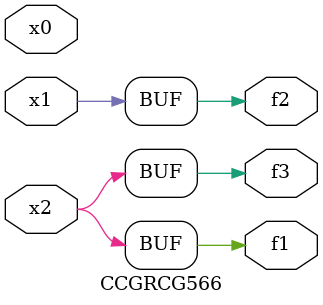
<source format=v>
module CCGRCG566(
	input x0, x1, x2,
	output f1, f2, f3
);
	assign f1 = x2;
	assign f2 = x1;
	assign f3 = x2;
endmodule

</source>
